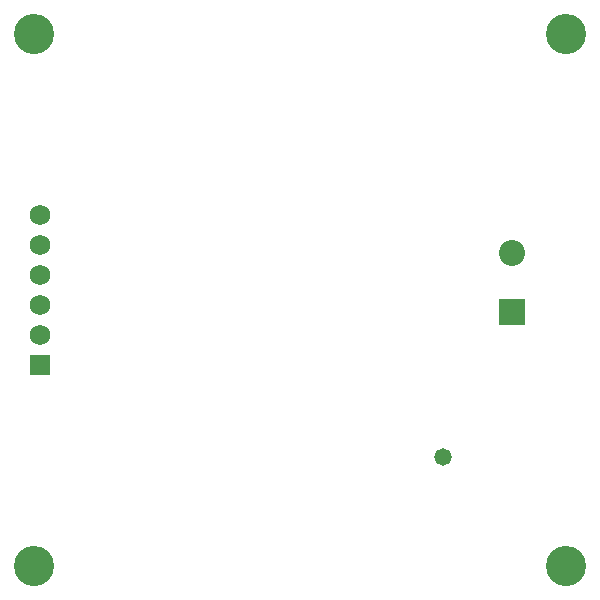
<source format=gbs>
G04 Layer_Color=16711935*
%FSLAX25Y25*%
%MOIN*%
G70*
G01*
G75*
%ADD49R,0.06863X0.06863*%
%ADD50C,0.06863*%
%ADD51C,0.08674*%
%ADD52R,0.08674X0.08674*%
%ADD53C,0.13398*%
%ADD54C,0.05800*%
D49*
X120079Y185039D02*
D03*
D50*
Y195039D02*
D03*
Y205039D02*
D03*
Y215039D02*
D03*
Y225039D02*
D03*
Y235039D02*
D03*
D51*
X277362Y222441D02*
D03*
D52*
Y202756D02*
D03*
D53*
X118110Y295276D02*
D03*
Y118110D02*
D03*
X295276D02*
D03*
Y295276D02*
D03*
D54*
X254300Y154300D02*
D03*
M02*

</source>
